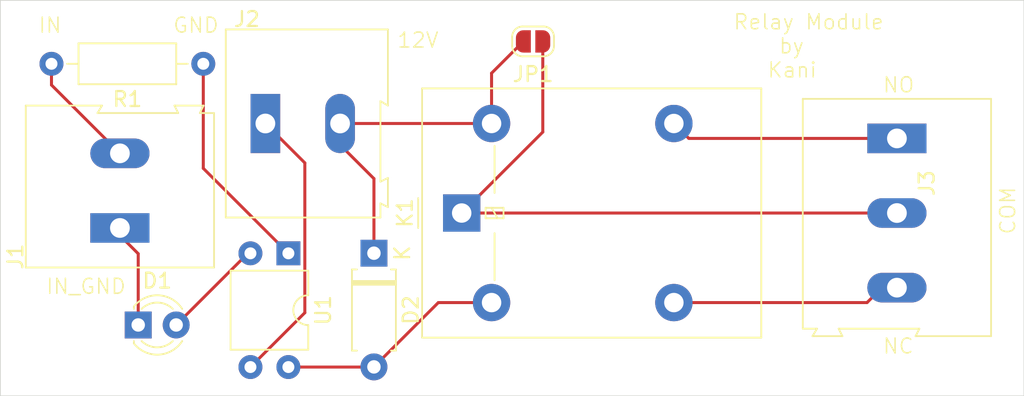
<source format=kicad_pcb>
(kicad_pcb (version 20240108) (generator "pcbnew") (generator_version "8.0")
  (layers (0 "F.Cu" signal) (31 "B.Cu" signal) (34 "B.Paste" user) (35 "F.Paste" user) (36 "B.SilkS" user "B.Silkscreen") (37 "F.SilkS" user "F.Silkscreen") (38 "B.Mask" user) (39 "F.Mask" user) (44 "Edge.Cuts" user))
  (net 0 "")
  (net 1 "Net-(D1-K)")
  (net 2 "Net-(D1-A)")
  (net 3 "Net-(D2-A)")
  (net 4 "Net-(D2-K)")
  (net 5 "Net-(J1-Pin_2)")
  (net 6 "Net-(J2-Pin_1)")
  (net 7 "Net-(J3-Pin_1)")
  (net 8 "Net-(J3-Pin_2)")
  (net 9 "Net-(J3-Pin_3)")
  (net 10 "Net-(R1-Pad1)")
  (footprint "TerminalBlock:TerminalBlock_Altech_AK300-2_P5.00mm" (layer "F.Cu") (at 113.5 84.5 90)
    (property "Reference" "J1" (at -1.92 -6.99 90) (layer "F.SilkS"))
    (property "Value" "Input")
    (fp_line (start 8.2 -6.3) (end -2.65 -6.3) (stroke (width 0.12)) (layer "F.SilkS"))
    (fp_line (start -2.65 -6.3) (end -2.65 6.3) (stroke (width 0.12)) (layer "F.SilkS"))
    (fp_line (start 7.7 -1.5) (end 8.2 -1.2) (stroke (width 0.12)) (layer "F.SilkS"))
    (fp_line (start 8.2 -1.2) (end 8.2 -6.3) (stroke (width 0.12)) (layer "F.SilkS"))
    (fp_line (start 8.2 3.65) (end 7.7 3.9) (stroke (width 0.12)) (layer "F.SilkS"))
    (fp_line (start 8.2 3.7) (end 8.2 3.65) (stroke (width 0.12)) (layer "F.SilkS"))
    (fp_line (start 7.7 3.9) (end 7.7 -1.5) (stroke (width 0.12)) (layer "F.SilkS"))
    (fp_line (start 7.7 5.35) (end 8.2 5.6) (stroke (width 0.12)) (layer "F.SilkS"))
    (fp_line (start 8.2 5.6) (end 8.2 3.7) (stroke (width 0.12)) (layer "F.SilkS"))
    (fp_line (start 7.7 6.3) (end 7.7 5.35) (stroke (width 0.12)) (layer "F.SilkS"))
    (fp_line (start -2.65 6.3) (end 7.7 6.3) (stroke (width 0.12)) (layer "F.SilkS"))
    (pad "1" thru_hole rect (at 0 0 90) (size 1.98 3.96) (drill 1.32) (layers "*.Cu" "*.Mask") (net 1 "Net-(D1-K)"))
    (pad "2" thru_hole oval (at 5 0 90) (size 1.98 3.96) (drill 1.32) (layers "*.Cu" "*.Mask") (net 5 "Net-(J1-Pin_2)"))
  )
  (footprint "Resistor_THT:R_Axial_DIN0207_L6.3mm_D2.5mm_P10.16mm_Horizontal" (layer "F.Cu") (at 119.08 73.5 180)
    (property "Reference" "R1" (at 5.08 -2.37 0) (layer "F.SilkS"))
    (property "Value" "1k")
    (fp_line (start 9.12 0) (end 8.35 0) (stroke (width 0.12)) (layer "F.SilkS"))
    (fp_line (start 8.35 1.37) (end 8.35 -1.37) (stroke (width 0.12)) (layer "F.SilkS"))
    (fp_line (start 8.35 -1.37) (end 1.81 -1.37) (stroke (width 0.12)) (layer "F.SilkS"))
    (fp_line (start 1.81 1.37) (end 8.35 1.37) (stroke (width 0.12)) (layer "F.SilkS"))
    (fp_line (start 1.81 -1.37) (end 1.81 1.37) (stroke (width 0.12)) (layer "F.SilkS"))
    (fp_line (start 1.04 0) (end 1.81 0) (stroke (width 0.12)) (layer "F.SilkS"))
    (pad "1" thru_hole circle (at 0 0 180) (size 1.6 1.6) (drill 0.8) (layers "*.Cu" "*.Mask") (net 10 "Net-(R1-Pad1)"))
    (pad "2" thru_hole oval (at 10.16 0 180) (size 1.6 1.6) (drill 0.8) (layers "*.Cu" "*.Mask") (net 5 "Net-(J1-Pin_2)"))
  )
  (footprint "TerminalBlock:TerminalBlock_Altech_AK300-3_P5.00mm" (layer "F.Cu") (at 165.5 78.5 -90)
    (property "Reference" "J3" (at 3 -2 90) (layer "F.SilkS"))
    (property "Value" "Relay OUTPUT")
    (fp_line (start -2.65 6.3) (end 12.75 6.3) (stroke (width 0.12)) (layer "F.SilkS"))
    (fp_line (start 12.75 6.3) (end 12.75 5.35) (stroke (width 0.12)) (layer "F.SilkS"))
    (fp_line (start 13.25 5.65) (end 13.25 3.65) (stroke (width 0.12)) (layer "F.SilkS"))
    (fp_line (start 12.75 5.35) (end 13.25 5.65) (stroke (width 0.12)) (layer "F.SilkS"))
    (fp_line (start 12.75 3.9) (end 12.75 -1.5) (stroke (width 0.12)) (layer "F.SilkS"))
    (fp_line (start 13.25 3.65) (end 12.75 3.9) (stroke (width 0.12)) (layer "F.SilkS"))
    (fp_line (start 13.25 -1.25) (end 13.25 -6.3) (stroke (width 0.12)) (layer "F.SilkS"))
    (fp_line (start 12.75 -1.5) (end 13.25 -1.25) (stroke (width 0.12)) (layer "F.SilkS"))
    (fp_line (start -2.65 -6.3) (end -2.65 6.3) (stroke (width 0.12)) (layer "F.SilkS"))
    (fp_line (start 13.25 -6.3) (end -2.65 -6.3) (stroke (width 0.12)) (layer "F.SilkS"))
    (pad "1" thru_hole rect (at 0 0 270) (size 1.98 3.96) (drill 1.32) (layers "*.Cu" "*.Mask") (net 7 "Net-(J3-Pin_1)"))
    (pad "2" thru_hole oval (at 5 0 270) (size 1.98 3.96) (drill 1.32) (layers "*.Cu" "*.Mask") (net 8 "Net-(J3-Pin_2)"))
    (pad "3" thru_hole oval (at 10 0 270) (size 1.98 3.96) (drill 1.32) (layers "*.Cu" "*.Mask") (net 9 "Net-(J3-Pin_3)"))
  )
  (footprint "Relay_THT:Relay_SPDT_Omron-G5LE-1" (layer "F.Cu") (at 136.3725 83.5 90)
    (property "Reference" "K1" (at 0 -3.8 90) (layer "F.SilkS"))
    (property "Value" "G5LE-1")
    (fp_line (start -1 -2.91) (end 1 -2.91) (stroke (width 0.12)) (layer "F.SilkS"))
    (fp_line (start 8.35 -2.65) (end -8.35 -2.65) (stroke (width 0.12)) (layer "F.SilkS"))
    (fp_line (start -8.35 -2.65) (end -8.35 20.05) (stroke (width 0.12)) (layer "F.SilkS"))
    (fp_line (start 0.35 1.6) (end -0.35 1.6) (stroke (width 0.12)) (layer "F.SilkS"))
    (fp_line (start -0.35 1.6) (end -0.35 2.8) (stroke (width 0.12)) (layer "F.SilkS"))
    (fp_line (start 1.35 2.2) (end 4.5 2.2) (stroke (width 0.12)) (layer "F.SilkS"))
    (fp_line (start -4.5 2.2) (end -1.35 2.2) (stroke (width 0.12)) (layer "F.SilkS"))
    (fp_line (start -0.35 2.4) (end 0.35 2) (stroke (width 0.12)) (layer "F.SilkS"))
    (fp_line (start 0.35 2.8) (end 0.35 1.6) (stroke (width 0.12)) (layer "F.SilkS"))
    (fp_line (start -0.35 2.8) (end 0.35 2.8) (stroke (width 0.12)) (layer "F.SilkS"))
    (fp_line (start 8.35 20.05) (end 8.35 -2.65) (stroke (width 0.12)) (layer "F.SilkS"))
    (fp_line (start -8.35 20.05) (end 8.35 20.05) (stroke (width 0.12)) (layer "F.SilkS"))
    (pad "1" thru_hole rect (at 0 0 90) (size 2.5 2.5) (drill 1.3) (layers "*.Cu" "*.Mask") (net 8 "Net-(J3-Pin_2)"))
    (pad "2" thru_hole oval (at -6 2 90) (size 2.5 2.5) (drill 1.3) (layers "*.Cu" "*.Mask") (net 3 "Net-(D2-A)"))
    (pad "3" thru_hole oval (at -6 14.2 90) (size 2.5 2.5) (drill 1.3) (layers "*.Cu" "*.Mask") (net 9 "Net-(J3-Pin_3)"))
    (pad "4" thru_hole oval (at 6 14.2 90) (size 2.5 2.5) (drill 1.3) (layers "*.Cu" "*.Mask") (net 7 "Net-(J3-Pin_1)"))
    (pad "5" thru_hole oval (at 6 2 90) (size 2.5 2.5) (drill 1.3) (layers "*.Cu" "*.Mask") (net 4 "Net-(D2-K)"))
  )
  (footprint "Package_DIP:DIP-4_W7.62mm" (layer "F.Cu") (at 124.775 86.2 -90)
    (property "Reference" "U1" (at 3.81 -2.33 90) (layer "F.SilkS"))
    (property "Value" "PC817")
    (fp_line (start 1.16 3.87) (end 6.46 3.87) (stroke (width 0.12)) (layer "F.SilkS"))
    (fp_line (start 6.46 3.87) (end 6.46 -1.33) (stroke (width 0.12)) (layer "F.SilkS"))
    (fp_line (start 1.16 -1.33) (end 1.16 3.87) (stroke (width 0.12)) (layer "F.SilkS"))
    (fp_line (start 2.81 -1.33) (end 1.16 -1.33) (stroke (width 0.12)) (layer "F.SilkS"))
    (fp_line (start 6.46 -1.33) (end 4.81 -1.33) (stroke (width 0.12)) (layer "F.SilkS"))
    (fp_arc (start 4.81 -1.33) (mid 3.81 -0.33) (end 2.81 -1.33) (stroke (width 0.12)) (layer "F.SilkS"))
    (pad "1" thru_hole rect (at 0 0 270) (size 1.6 1.6) (drill 0.8) (layers "*.Cu" "*.Mask") (net 10 "Net-(R1-Pad1)"))
    (pad "2" thru_hole oval (at 0 2.54 270) (size 1.6 1.6) (drill 0.8) (layers "*.Cu" "*.Mask") (net 2 "Net-(D1-A)"))
    (pad "3" thru_hole oval (at 7.62 2.54 270) (size 1.6 1.6) (drill 0.8) (layers "*.Cu" "*.Mask") (net 6 "Net-(J2-Pin_1)"))
    (pad "4" thru_hole oval (at 7.62 0 270) (size 1.6 1.6) (drill 0.8) (layers "*.Cu" "*.Mask") (net 3 "Net-(D2-A)"))
  )
  (footprint "Jumper:SolderJumper-2_P1.3mm_Open_RoundedPad1.0x1.5mm" (layer "F.Cu") (at 141.15 72 180)
    (property "Reference" "JP1" (at 0 -2.2 0) (layer "F.SilkS"))
    (property "Value" "Jumper 12V/AC")
    (fp_line (start 1.4 -0.3) (end 1.4 0.3) (stroke (width 0.12)) (layer "F.SilkS"))
    (fp_line (start 0.7 1) (end -0.7 1) (stroke (width 0.12)) (layer "F.SilkS"))
    (fp_line (start -0.7 -1) (end 0.7 -1) (stroke (width 0.12)) (layer "F.SilkS"))
    (fp_line (start -1.4 0.3) (end -1.4 -0.3) (stroke (width 0.12)) (layer "F.SilkS"))
    (fp_arc (start 1.4 0.3) (mid 1.194975 0.794975) (end 0.7 1) (stroke (width 0.12)) (layer "F.SilkS"))
    (fp_arc (start 0.7 -1) (mid 1.194975 -0.794975) (end 1.4 -0.3) (stroke (width 0.12)) (layer "F.SilkS"))
    (fp_arc (start -0.7 1) (mid -1.194975 0.794975) (end -1.4 0.3) (stroke (width 0.12)) (layer "F.SilkS"))
    (fp_arc (start -1.4 -0.3) (mid -1.194975 -0.794975) (end -0.7 -1) (stroke (width 0.12)) (layer "F.SilkS"))
    (pad "1" smd custom (at -0.65 0 180) (size 1 0.5) (layers "F.Cu" "F.Mask") (net 8 "Net-(J3-Pin_2)") (options (clearance outline) (anchor rect)) (primitives (gr_circle (center 0 0.25) (end 0.5 0.25) (width 0) (fill yes)) (gr_circle (center 0 -0.25) (end 0.5 -0.25) (width 0) (fill yes)) (gr_poly (pts (xy 0.5 0.75) (xy 0 0.75) (xy 0 -0.75) (xy 0.5 -0.75)) (width 0) (fill yes))))
    (pad "2" smd custom (at 0.65 0 180) (size 1 0.5) (layers "F.Cu" "F.Mask") (net 4 "Net-(D2-K)") (options (clearance outline) (anchor rect)) (primitives (gr_circle (center 0 0.25) (end 0.5 0.25) (width 0) (fill yes)) (gr_circle (center 0 -0.25) (end 0.5 -0.25) (width 0) (fill yes)) (gr_poly (pts (xy 0 0.75) (xy -0.5 0.75) (xy -0.5 -0.75) (xy 0 -0.75)) (width 0) (fill yes))))
  )
  (footprint "LED_THT:LED_D3.0mm" (layer "F.Cu") (at 114.725 91)
    (property "Reference" "D1" (at 1.27 -2.96 0) (layer "F.SilkS"))
    (property "Value" "LED")
    (fp_line (start -0.29 -1.236) (end -0.29 -1.08) (stroke (width 0.12)) (layer "F.SilkS"))
    (fp_line (start -0.29 1.08) (end -0.29 1.236) (stroke (width 0.12)) (layer "F.SilkS"))
    (fp_arc (start -0.29 -1.235516) (mid 1.366487 -1.987659) (end 2.942335 -1.078608) (stroke (width 0.12)) (layer "F.SilkS"))
    (fp_arc (start 0.229039 -1.08) (mid 1.270117 -1.5) (end 2.31113 -1.079837) (stroke (width 0.12)) (layer "F.SilkS"))
    (fp_arc (start 2.31113 1.079837) (mid 1.270117 1.5) (end 0.229039 1.08) (stroke (width 0.12)) (layer "F.SilkS"))
    (fp_arc (start 2.942335 1.078608) (mid 1.366487 1.987659) (end -0.29 1.235516) (stroke (width 0.12)) (layer "F.SilkS"))
    (pad "1" thru_hole rect (at 0 0) (size 1.8 1.8) (drill 0.9) (layers "*.Cu" "*.Mask") (net 1 "Net-(D1-K)"))
    (pad "2" thru_hole circle (at 2.54 0) (size 1.8 1.8) (drill 0.9) (layers "*.Cu" "*.Mask") (net 2 "Net-(D1-A)"))
  )
  (footprint "Diode_THT:D_A-405_P7.62mm_Horizontal" (layer "F.Cu") (at 130.5 86.19 -90)
    (property "Reference" "D2" (at 3.81 -2.47 90) (layer "F.SilkS"))
    (property "Value" "1N4001")
    (fp_line (start 1.09 1.47) (end 6.53 1.47) (stroke (width 0.12)) (layer "F.SilkS"))
    (fp_line (start 6.53 1.47) (end 6.53 1.14) (stroke (width 0.12)) (layer "F.SilkS"))
    (fp_line (start 1.09 1.14) (end 1.09 1.47) (stroke (width 0.12)) (layer "F.SilkS"))
    (fp_line (start 1.09 -1.14) (end 1.09 -1.47) (stroke (width 0.12)) (layer "F.SilkS"))
    (fp_line (start 1.09 -1.47) (end 6.53 -1.47) (stroke (width 0.12)) (layer "F.SilkS"))
    (fp_line (start 1.87 -1.47) (end 1.87 1.47) (stroke (width 0.12)) (layer "F.SilkS"))
    (fp_line (start 1.99 -1.47) (end 1.99 1.47) (stroke (width 0.12)) (layer "F.SilkS"))
    (fp_line (start 2.11 -1.47) (end 2.11 1.47) (stroke (width 0.12)) (layer "F.SilkS"))
    (fp_line (start 6.53 -1.47) (end 6.53 -1.14) (stroke (width 0.12)) (layer "F.SilkS"))
    (fp_text user "K" (at 0 -1.9 90) (layer "F.SilkS"))
    (pad "1" thru_hole rect (at 0 0 270) (size 1.8 1.8) (drill 0.9) (layers "*.Cu" "*.Mask") (net 4 "Net-(D2-K)"))
    (pad "2" thru_hole oval (at 7.62 0 270) (size 1.8 1.8) (drill 0.9) (layers "*.Cu" "*.Mask") (net 3 "Net-(D2-A)"))
  )
  (footprint "TerminalBlock:TerminalBlock_Altech_AK300-2_P5.00mm" (layer "F.Cu") (at 123.235 77.5)
    (property "Reference" "J2" (at -1.235 -6.99 0) (layer "F.SilkS"))
    (property "Value" "12V Relay")
    (fp_line (start -2.65 -6.3) (end -2.65 6.3) (stroke (width 0.12)) (layer "F.SilkS"))
    (fp_line (start -2.65 6.3) (end 7.7 6.3) (stroke (width 0.12)) (layer "F.SilkS"))
    (fp_line (start 7.7 -1.5) (end 8.2 -1.2) (stroke (width 0.12)) (layer "F.SilkS"))
    (fp_line (start 7.7 3.9) (end 7.7 -1.5) (stroke (width 0.12)) (layer "F.SilkS"))
    (fp_line (start 7.7 5.35) (end 8.2 5.6) (stroke (width 0.12)) (layer "F.SilkS"))
    (fp_line (start 7.7 6.3) (end 7.7 5.35) (stroke (width 0.12)) (layer "F.SilkS"))
    (fp_line (start 8.2 -6.3) (end -2.65 -6.3) (stroke (width 0.12)) (layer "F.SilkS"))
    (fp_line (start 8.2 -1.2) (end 8.2 -6.3) (stroke (width 0.12)) (layer "F.SilkS"))
    (fp_line (start 8.2 3.65) (end 7.7 3.9) (stroke (width 0.12)) (layer "F.SilkS"))
    (fp_line (start 8.2 3.7) (end 8.2 3.65) (stroke (width 0.12)) (layer "F.SilkS"))
    (fp_line (start 8.2 5.6) (end 8.2 3.7) (stroke (width 0.12)) (layer "F.SilkS"))
    (pad "1" thru_hole rect (at 0 0) (size 1.98 3.96) (drill 1.32) (layers "*.Cu" "*.Mask") (net 6 "Net-(J2-Pin_1)"))
    (pad "2" thru_hole oval (at 5 0) (size 1.98 3.96) (drill 1.32) (layers "*.Cu" "*.Mask") (net 4 "Net-(D2-K)"))
  )
  (gr_rect (start 105.5 69.25) (end 174 95.75) (stroke (width 0.05)) (fill none) (layer "Edge.Cuts"))
  (gr_text "NO" (at 164.5 75.5 0) (layer "F.SilkS") (effects (font (size 1 1) (thickness 0.1)) (justify left bottom)))
  (gr_text "12V" (at 132 72.5 0) (layer "F.SilkS") (effects (font (size 1 1) (thickness 0.1)) (justify left bottom)))
  (gr_text "NC" (at 164.5 93 0) (layer "F.SilkS") (effects (font (size 1 1) (thickness 0.1)) (justify left bottom)))
  (gr_text "COM" (at 173.5 85 90) (layer "F.SilkS") (effects (font (size 1 1) (thickness 0.1)) (justify left bottom)))
  (gr_text "Relay Module\n    by \n   Kani" (at 154.5 74.5 0) (layer "F.SilkS") (effects (font (size 1 1) (thickness 0.1)) (justify left bottom)))
  (gr_text "GND" (at 117 71.5 0) (layer "F.SilkS") (effects (font (size 1 1) (thickness 0.1)) (justify left bottom)))
  (gr_text "IN_GND" (at 108.5 89 0) (layer "F.SilkS") (effects (font (size 1 1) (thickness 0.1)) (justify left bottom)))
  (gr_text "IN" (at 108 71.5 0) (layer "F.SilkS") (effects (font (size 1 1) (thickness 0.1)) (justify left bottom)))
  (segment (start 114.725 86.225) (end 114.725 91) (width 0.2) (layer "F.Cu") (net 1))
  (segment (start 113.5 85) (end 114.725 86.225) (width 0.2) (layer "F.Cu") (net 1))
  (segment (start 113.5 84.5) (end 113.5 85) (width 0.2) (layer "F.Cu") (net 1))
  (segment (start 122.065 86.2) (end 122.235 86.2) (width 0.2) (layer "F.Cu") (net 2))
  (segment (start 117.265 91) (end 122.065 86.2) (width 0.2) (layer "F.Cu") (net 2))
  (segment (start 130.49 93.82) (end 130.5 93.81) (width 0.2) (layer "F.Cu") (net 3))
  (segment (start 134.81 89.5) (end 138.3725 89.5) (width 0.2) (layer "F.Cu") (net 3))
  (segment (start 130.5 93.81) (end 134.81 89.5) (width 0.2) (layer "F.Cu") (net 3))
  (segment (start 124.775 93.82) (end 130.49 93.82) (width 0.2) (layer "F.Cu") (net 3))
  (segment (start 130.5 81.195) (end 128.235 78.93) (width 0.2) (layer "F.Cu") (net 4))
  (segment (start 128.235 78.93) (end 128.235 77.5) (width 0.2) (layer "F.Cu") (net 4))
  (segment (start 128.235 77.5) (end 138.3725 77.5) (width 0.2) (layer "F.Cu") (net 4))
  (segment (start 130.5 86.19) (end 130.5 81.195) (width 0.2) (layer "F.Cu") (net 4))
  (segment (start 138.3725 77.5) (end 138.3725 74.1275) (width 0.2) (layer "F.Cu") (net 4))
  (segment (start 138.3725 74.1275) (end 140.5 72) (width 0.2) (layer "F.Cu") (net 4))
  (segment (start 108.92 74.92) (end 113.5 79.5) (width 0.2) (layer "F.Cu") (net 5))
  (segment (start 108.92 73.5) (end 108.92 74.92) (width 0.2) (layer "F.Cu") (net 5))
  (segment (start 125.875 90.18) (end 122.235 93.82) (width 0.2) (layer "F.Cu") (net 6))
  (segment (start 125.875 80.14) (end 125.875 90.18) (width 0.2) (layer "F.Cu") (net 6))
  (segment (start 123.235 77.5) (end 125.875 80.14) (width 0.2) (layer "F.Cu") (net 6))
  (segment (start 151.5725 78.5) (end 150.5725 77.5) (width 0.2) (layer "F.Cu") (net 7))
  (segment (start 165.5 78.5) (end 151.5725 78.5) (width 0.2) (layer "F.Cu") (net 7))
  (segment (start 141.8 78.0725) (end 141.8 72) (width 0.2) (layer "F.Cu") (net 8))
  (segment (start 136.3725 83.5) (end 165.5 83.5) (width 0.2) (layer "F.Cu") (net 8))
  (segment (start 136.3725 83.5) (end 141.8 78.0725) (width 0.2) (layer "F.Cu") (net 8))
  (segment (start 165.5 88.5) (end 164.5 88.5) (width 0.2) (layer "F.Cu") (net 9))
  (segment (start 150.5 89.5725) (end 150.5725 89.5) (width 0.2) (layer "F.Cu") (net 9))
  (segment (start 150.5 90) (end 150.5 89.5725) (width 0.2) (layer "F.Cu") (net 9))
  (segment (start 164.5 88.5) (end 163.5 89.5) (width 0.2) (layer "F.Cu") (net 9))
  (segment (start 163.5 89.5) (end 150.5725 89.5) (width 0.2) (layer "F.Cu") (net 9))
  (segment (start 119.08 73.5) (end 119.08 80.505) (width 0.2) (layer "F.Cu") (net 10))
  (segment (start 119.08 80.505) (end 124.775 86.2) (width 0.2) (layer "F.Cu") (net 10))
)
</source>
